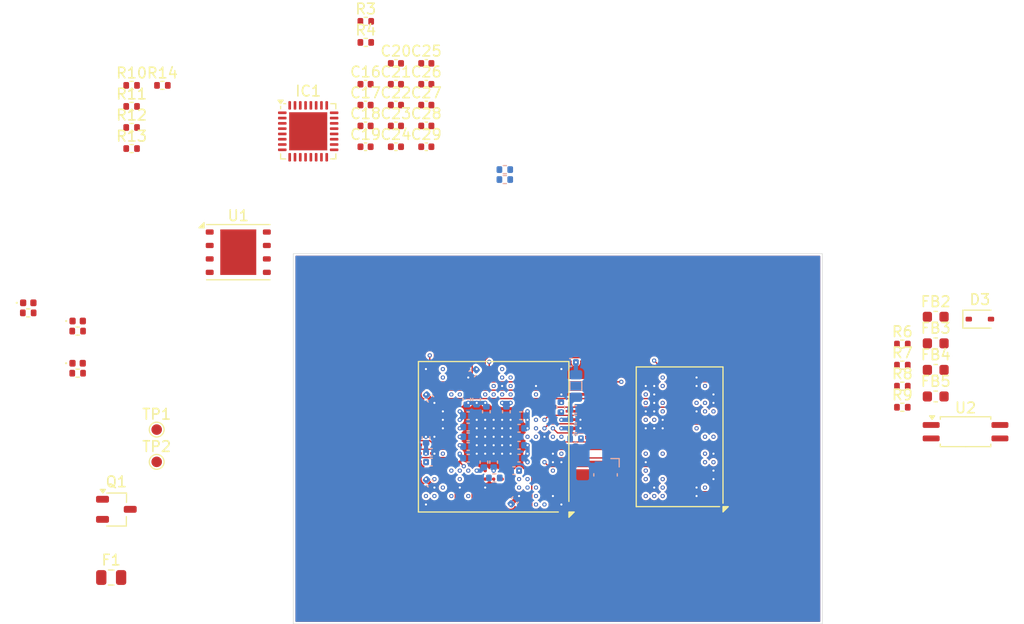
<source format=kicad_pcb>
(kicad_pcb (version 20241229) (generator "pcbnew") (generator_version "9.0")
  (layers (0 "F.Cu" signal "F.Cu (Signal)") (4 "In1.Cu" power "In1.Cu (Ground)") (6 "In2.Cu" power "In2.Cu (Power)") (8 "In3.Cu" signal "In3.Cu (Signal)") (10 "In4.Cu" power "In4.Cu(Ground)") (12 "In5.Cu" signal "In5.Cu (Signal") (14 "In6.Cu" power "In6.Cu (Ground)") (2 "B.Cu" signal "B.Cu (Signal)") (13 "F.Paste" user) (15 "B.Paste" user) (5 "F.SilkS" user "F.Silkscreen") (7 "B.SilkS" user "B.Silkscreen") (1 "F.Mask" user) (3 "B.Mask" user) (25 "Edge.Cuts" user))
  (net 0 "")
  (net 1 "/USB_D-")
  (net 2 "/USB_D+")
  (net 3 "/SWD_IO")
  (net 4 "/SWD_CLK")
  (net 5 "/SWD_SWO")
  (net 6 "/FMC_D14")
  (net 7 "/FMC_SDNRAS")
  (net 8 "/FMC_A5")
  (net 9 "/FMC_A0")
  (net 10 "+3.3V")
  (net 11 "/FMC_D15")
  (net 12 "/FMC_D1")
  (net 13 "/FMC_D3")
  (net 14 "/FMC_D11")
  (net 15 "/FMC_D7")
  (net 16 "/FMC_D9")
  (net 17 "/FMC_A10")
  (net 18 "/FMC_SDCKE0")
  (net 19 "/FMC_D8")
  (net 20 "/FMC_D13")
  (net 21 "/FMC_A3")
  (net 22 "/FMC_D0")
  (net 23 "/FMC_D10")
  (net 24 "/FMC_SDNWE")
  (net 25 "/FMC_NBL0")
  (net 26 "/FMC_D4")
  (net 27 "/FMC_A2")
  (net 28 "/FMC_A7")
  (net 29 "/FMC_NE1")
  (net 30 "/FMC_A1")
  (net 31 "/FMC_D6")
  (net 32 "/FMC_BA0")
  (net 33 "/FMC_CLK")
  (net 34 "/FMC_A9")
  (net 35 "/FMC_A11")
  (net 36 "/FMC_A12")
  (net 37 "/FMC_A8")
  (net 38 "/FMC_D5")
  (net 39 "/FMC_A4")
  (net 40 "/FMC_A6")
  (net 41 "/FMC_D12")
  (net 42 "/FMC_NBL1")
  (net 43 "/FMC_BA1")
  (net 44 "/FMC_D2")
  (net 45 "/QSPI_IO3")
  (net 46 "/QSPI_IO2")
  (net 47 "/QSPI_IO0")
  (net 48 "/QSPI_IO1")
  (net 49 "/QSPI_CLK")
  (net 50 "/QSPI_NCS")
  (net 51 "Net-(U4L-VREF+)")
  (net 52 "Net-(U4L-VREF-)")
  (net 54 "/AUX_OUT_L")
  (net 60 "+3.3VA")
  (net 64 "/AUX_OUT_R")
  (net 65 "Net-(U4H-PH0)")
  (net 69 "Net-(U4H-PH1)")
  (net 76 "/PB9")
  (net 89 "/SDMMC1_D3")
  (net 90 "/SDMMC1_D1")
  (net 91 "/SDMMC1_D2")
  (net 92 "/SDMMC1_D0")
  (net 93 "/SDMMC1_CK")
  (net 94 "/VBAT")
  (net 95 "/SDMMC1_CMD")
  (net 96 "/FMC_SDNCAS")
  (net 98 "Net-(D3-A)")
  (net 101 "/I2C_SDA")
  (net 102 "/I2C_SCL")
  (net 103 "Net-(D3-K)")
  (net 104 "Net-(FB2-Pad2)")
  (net 105 "/DIN_IN_SOURCE")
  (net 106 "/DIN_IN_SINK")
  (net 107 "/SAI1_MCLK")
  (net 108 "/SAI1_SCK")
  (net 109 "/SAI1_FS")
  (net 110 "/SAI1_SD_A")
  (net 111 "/SAI1_SD_B")
  (net 115 "/DIN_OUT_SINK")
  (net 116 "Net-(IC1-AUXOUT2)")
  (net 117 "/AUX_IN_R")
  (net 118 "/AUX_IN_L")
  (net 119 "Net-(IC1-AUXOUT1)")
  (net 121 "Net-(IC1-LMICP)")
  (net 122 "Net-(IC1-LMICN)")
  (net 123 "Net-(IC1-RMICP)")
  (net 124 "Net-(IC1-RMICN)")
  (net 125 "Net-(IC1-RAUXIN)")
  (net 126 "Net-(IC1-LAUXIN)")
  (net 127 "Net-(IC1-MICBIAS)")
  (net 128 "Net-(IC1-VREF)")
  (net 129 "/FMC_D22")
  (net 130 "/FMC_D31")
  (net 131 "/FMC_D17")
  (net 132 "/FMC_D26")
  (net 133 "/FMC_D21")
  (net 134 "/FMC_D24")
  (net 135 "/FMC_NBL3")
  (net 136 "/FMC_D27")
  (net 137 "/FMC_D30")
  (net 138 "/FMC_D20")
  (net 139 "/FMC_D18")
  (net 140 "/FMC_NBL2")
  (net 141 "/FMC_D29")
  (net 142 "/FMC_D23")
  (net 143 "/FMC_D16")
  (net 144 "/FMC_D19")
  (net 145 "/FMC_D25")
  (net 146 "/FMC_D28")
  (net 148 "Net-(FB4-Pad1)")
  (net 150 "Net-(FB5-Pad1)")
  (net 151 "/DIN_OUT_SOURCE")
  (net 152 "/PB4")
  (net 153 "/RST")
  (net 154 "/DIN_MIDI_RX")
  (net 155 "/DIN_MIDI_TX")
  (net 156 "/PB13")
  (net 157 "/PA2")
  (net 158 "/PA12{slash}4TX")
  (net 159 "/PA3")
  (net 160 "/PA11{slash}4RX")
  (net 161 "/MICL")
  (net 162 "/MICR")
  (net 163 "/PB6")
  (net 164 "/PB5")
  (net 165 "/PA7")
  (net 166 "/PA5")
  (net 167 "/PA6")
  (net 168 "Net-(D1-A)")
  (net 169 "Net-(D2-A)")
  (net 170 "/LED_STATUS")
  (net 171 "Net-(D4-A)")
  (net 172 "/LED_STATUS2")
  (net 173 "/3v3_GND")
  (net 174 "GND")
  (net 177 "/3v3+")
  (net 221 "/HPR")
  (net 222 "/LIN")
  (net 223 "/RIN")
  (net 225 "/SPKL")
  (net 226 "/SPKR")
  (net 227 "/HPL")
  (net 233 "Net-(C1-Pad1)")
  (net 234 "Net-(C2-Pad1)")
  (net 235 "Net-(C3-Pad1)")
  (net 236 "/BOOT0")
  (footprint "Capacitor_SMD:C_0402_1005Metric" (layer "F.Cu") (at 64.7 44.52)
    (property "Reference" "C20")
    (property "Value" "1uF")
  )
  (footprint "Resistor_SMD:R_0402_1005Metric" (layer "F.Cu") (at 39.72 52.57)
    (property "Reference" "R13")
    (property "Value" "10k")
  )
  (footprint "Package_SO:SOIC-4_4.55x2.6mm_P1.27mm" (layer "F.Cu") (at 118.5325 79.33)
    (property "Reference" "U2")
    (property "Value" "LTV-217-G")
  )
  (footprint "Package_DFN_QFN:QFN-32-1EP_5x5mm_P0.5mm_EP3.6x3.6mm" (layer "F.Cu") (at 56.41 50.94)
    (property "Reference" "IC1")
    (property "Value" "NAU88C22YG")
  )
  (footprint "Resistor_SMD:R_0402_1005Metric" (layer "F.Cu") (at 61.85 42.54)
    (property "Reference" "R4")
    (property "Value" "2k2")
  )
  (footprint "Capacitor_SMD:C_0402_1005Metric" (layer "F.Cu") (at 67.57 52.4)
    (property "Reference" "C29")
    (property "Value" "4.7uF")
  )
  (footprint "Resistor_SMD:R_0402_1005Metric" (layer "F.Cu") (at 39.72 46.6)
    (property "Reference" "R10")
    (property "Value" "10k")
  )
  (footprint "Resistor_SMD:R_0402_1005Metric" (layer "F.Cu") (at 42.63 46.6)
    (property "Reference" "R14")
    (property "Value" "10k")
  )
  (footprint "Capacitor_SMD:C_0402_1005Metric" (layer "F.Cu") (at 64.7 46.49)
    (property "Reference" "C21")
    (property "Value" "1uF")
  )
  (footprint "Package_BGA:BGA-90_8.0x13.0mm_Layout2x3x15_P0.8mm" (layer "F.Cu") (at 91.51 79.81 180)
    (property "Reference" "IC2" (hide yes))
    (property "Value" "IS42S32160F-6BLI")
  )
  (footprint "TestPoint:TestPoint_Pad_D1.0mm" (layer "F.Cu") (at 42.09 79.13)
    (property "Reference" "TP1")
    (property "Value" "GND")
  )
  (footprint "LED_SMD:LED_0402_1005Metric" (layer "F.Cu") (at 34.625 68.87)
    (property "Reference" "D2" (hide yes))
    (property "Value" "STATUS")
  )
  (footprint "Capacitor_SMD:C_0402_1005Metric" (layer "F.Cu") (at 67.57 44.52)
    (property "Reference" "C25")
    (property "Value" "1uF")
  )
  (footprint "Inductor_SMD:L_0603_1608Metric" (layer "F.Cu") (at 115.7125 73.49)
    (property "Reference" "FB4")
    (property "Value" "1K @100MHz")
  )
  (footprint "Capacitor_SMD:C_0402_1005Metric" (layer "F.Cu") (at 61.83 48.46)
    (property "Reference" "C17")
    (property "Value" "4.7uF")
  )
  (footprint "Resistor_SMD:R_0402_1005Metric" (layer "F.Cu") (at 112.56 73.04)
    (property "Reference" "R7")
    (property "Value" "220R")
  )
  (footprint "Inductor_SMD:L_0603_1608Metric" (layer "F.Cu") (at 115.7125 68.47)
    (property "Reference" "FB2")
    (property "Value" "1K @100MHz")
  )
  (footprint "LED_SMD:LED_0402_1005Metric" (layer "F.Cu") (at 29.955 67.15)
    (property "Reference" "D1" (hide yes))
    (property "Value" "POWER")
  )
  (footprint "Capacitor_SMD:C_0402_1005Metric" (layer "F.Cu") (at 61.83 46.49)
    (property "Reference" "C16")
    (property "Value" "4.7uF")
  )
  (footprint "Capacitor_SMD:C_0402_1005Metric" (layer "F.Cu") (at 64.7 48.46)
    (property "Reference" "C22")
    (property "Value" "1uF")
  )
  (footprint "Fuse:Fuse_0805_2012Metric" (layer "F.Cu") (at 37.79 93.11)
    (property "Reference" "F1")
    (property "Value" "Polyfuse")
  )
  (footprint "Package_TO_SOT_SMD:TSOT-23" (layer "F.Cu") (at 38.28 86.665)
    (property "Reference" "Q1")
    (property "Value" "PMV37EN22")
  )
  (footprint "Resistor_SMD:R_0402_1005Metric" (layer "F.Cu") (at 34.62 69.82)
    (property "Reference" "R15" (hide yes))
    (property "Value" "R")
  )
  (footprint "Capacitor_SMD:C_0402_1005Metric" (layer "F.Cu") (at 61.83 52.4)
    (property "Reference" "C19")
    (property "Value" "4.7uF")
  )
  (footprint "Capacitor_SMD:C_0402_1005Metric" (layer "F.Cu") (at 64.7 52.4)
    (property "Reference" "C24")
    (property "Value" "1uF")
  )
  (footprint "Resistor_SMD:R_0402_1005Metric" (layer "F.Cu") (at 61.85 40.55)
    (property "Reference" "R3")
    (property "Value" "2k2")
  )
  (footprint "Diode_SMD:D_SOD-323" (layer "F.Cu") (at 119.8875 68.69)
    (property "Reference" "D3")
    (property "Value" "1N4148WS")
  )
  (footprint "Capacitor_SMD:C_0402_1005Metric" (layer "F.Cu") (at 64.7 50.43)
    (property "Reference" "C23")
    (property "Value" "1uF")
  )
  (footprint "Capacitor_SMD:C_0402_1005Metric" (layer "F.Cu") (at 67.57 48.46)
    (property "Reference" "C27")
    (property "Value" "1uF")
  )
  (footprint "Capacitor_SMD:C_0402_1005Metric" (layer "F.Cu") (at 67.57 46.49)
    (property "Reference" "C26")
    (property "Value" "1uF")
  )
  (footprint "TestPoint:TestPoint_Pad_D1.0mm" (layer "F.Cu") (at 42.09 82.18)
    (property "Reference" "TP2")
    (property "Value" "3v3")
  )
  (footprint "Resistor_SMD:R_0402_1005Metric" (layer "F.Cu") (at 112.56 77.02)
    (property "Reference" "R9")
    (property "Value" "33Ω 5% 0.5W")
  )
  (footprint "Inductor_SMD:L_0603_1608Metric" (layer "F.Cu") (at 115.7125 76)
    (property "Reference" "FB5")
    (property "Value" "1K @100MHz")
  )
  (footprint "Resistor_SMD:R_0402_1005Metric" (layer "F.Cu") (at 112.56 75.03)
    (property "Reference" "R8")
    (property "Value" "10Ω 5% 0.25W")
  )
  (footprint "Resistor_SMD:R_0402_1005Metric" (layer "F.Cu") (at 39.72 48.59)
    (property "Reference" "R11")
    (property "Value" "10k")
  )
  (footprint "Package_BGA:TFBGA-265_14x14mm_Layout17x17_P0.8mm" (layer "F.Cu") (at 73.936335 79.81 180)
    (property "Reference" "U4" (hide yes))
    (property "Value" "STM32H750XBHx")
  )
  (footprint "Resistor_SMD:R_0402_1005Metric" (layer "F.Cu") (at 29.95 68.1)
    (property "Reference" "R16" (hide yes))
    (property "Value" "R")
  )
  (footprint "Resistor_SMD:R_0402_1005Metric" (layer "F.Cu") (at 39.72 50.58)
    (property "Reference" "R12")
    (property "Value" "10k")
  )
  (footprint "Package_SON:WSON-8-1EP_6x5mm_P1.27mm_EP3.4x4.3mm" (layer "F.Cu") (at 49.8 62.365)
    (property "Reference" "U1")
    (property "Value" "W25Q128JVP")
  )
  (footprint "Resistor_SMD:R_0402_1005Metric" (layer "F.Cu") (at 112.56 71.05)
    (property "Reference" "R6")
    (property "Value" "R")
  )
  (footprint "Capacitor_SMD:C_0402_1005Metric" (layer "F.Cu") (at 61.83 50.43)
    (property "Reference" "C18")
    (property "Value" "4.7uF")
  )
  (footprint "Capacitor_SMD:C_0402_1005Metric" (layer "F.Cu") (at 67.57 50.43)
    (property "Reference" "C28")
    (property "Value" "4.7uF")
  )
  (footprint "LED_SMD:LED_0402_1005Metric" (layer "F.Cu") (at 34.6175 72.86)
    (property "Reference" "D4" (hide yes))
    (property "Value" "STATUS2")
  )
  (footprint "Inductor_SMD:L_0603_1608Metric" (layer "F.Cu") (at 115.7125 70.98)
    (property "Reference" "FB3")
    (property "Value" "1K @100MHz")
  )
  (footprint "Resistor_SMD:R_0402_1005Metric" (layer "F.Cu") (at 34.62 73.8)
    (property "Reference" "R17" (hide yes))
    (property "Value" "R")
  )
  (footprint "Resistor_SMD:R_0402_1005Metric" (layer "B.Cu") (at 74.99 55.5)
    (property "Reference" "R1" (hide yes))
    (property "Value" "4.7k")
  )
  (footprint "Capacitor_SMD:C_0402_1005Metric" (layer "B.Cu") (at 76.336335 81.83 180)
    (property "Reference" "C69" (hide yes))
    (property "Value" "10uF")
  )
  (footprint "Capacitor_SMD:C_0402_1005Metric" (layer "B.Cu") (at 73.246335 77.44 -90)
    (property "Reference" "C61" (hide yes))
    (property "Value" "100nF")
  )
  (footprint "Capacitor_SMD:C_0402_1005Metric" (layer "B.Cu") (at 71.526335 80.73)
    (property "Reference" "C57" (hide yes))
    (property "Value" "100nF")
  )
  (footprint "Capacitor_SMD:C_0402_1005Metric" (layer "B.Cu") (at 71.396335 76.28 90)
    (property "Reference" "C48" (hide yes))
    (property "Value" "100nF")
  )
  (footprint "Crystal:Crystal_SMD_Abracon_ABM10-4Pin_2.5x2.0mm" (layer "B.Cu") (at 84.51 83.41 180)
    (property "Reference" "Y1" (hide yes))
    (property "Value" "Crystal_GND24")
  )
  (footprint "Capacitor_SMD:C_0402_1005Metric" (layer "B.Cu") (at 81.656335 77.23)
    (property "Reference" "C31" (hide yes))
    (property "Value" "1uF")
  )
  (footprint "Capacitor_SMD:C_0402_1005Metric" (layer "B.Cu") (at 75.856335 83.01 180)
    (property "Reference" "C62" (hide yes))
    (property "Value" "100nF")
  )
  (footprint "Capacitor_SMD:C_0402_1005Metric" (layer "B.Cu") (at 81.656335 78.15)
    (property "Reference" "C30" (hide yes))
    (property "Value" "10nF")
  )
  (footprint "Capacitor_SMD:C_0402_1005Metric" (layer "B.Cu") (at 71.526335 81.84)
    (property "Reference" "C51" (hide yes))
    (property "Value" "100nF")
  )
  (footprint "Capacitor_SMD:C_0402_1005Metric" (layer "B.Cu") (at 67.926335 84.22 -45)
    (property "Reference" "C2" (hide yes))
    (property "Value" "2.2 uF <100 mΩ ESR")
  )
  (footprint "Resistor_SMD:R_0402_1005Metric" (layer "B.Cu") (at 73.996335 83.7)
    (property "Reference" "R18" (hide yes))
    (property "Value" "10k")
  )
  (footprint "Capacitor_SMD:C_0402_1005Metric" (layer "B.Cu") (at 73.016335 82.21 90)
    (property "Reference" "C68" (hide yes))
    (property "Value" "100nF")
  )
  (footprint "Capacitor_SMD:C_0402_1005Metric" (layer "B.Cu") (at 68.026335 81.28)
    (property "Reference" "C5" (hide yes))
    (property "Value" "100nF")
  )
  (footprint "Capacitor_SMD:C_0402_1005Metric" (layer "B.Cu") (at 67.546335 79.91 90)
    (property "Reference" "C6" (hide yes))
    (property "Value" "1uF")
  )
  (footprint "Capacitor_SMD:C_0402_1005Metric" (layer "B.Cu") (at 76.336335 80.61 180)
    (property "Reference" "C64" (hide yes))
    (property "Value" "100nF")
  )
  (footprint "Capacitor_SMD:C_0402_1005Metric" (layer "B.Cu") (at 73.936335 82.21 90)
    (property "Reference" "C56" (hide yes))
    (property "Value" "100nF")
  )
  (footprint "Capacitor_SMD:C_0402_1005Metric" (layer "B.Cu") (at 67.936335 76.2 -45)
    (property "Reference" "C60" (hide yes))
    (property "Value" "100nF")
  )
  (footprint "Capacitor_SMD:C_0402_1005Metric" (layer "B.Cu") (at 71.516335 77.82)
    (property "Reference" "C50" (hide yes))
    (property "Value" "100nF")
  )
  (footprint "Capacitor_SMD:C_0402_1005Metric" (layer "B.Cu") (at 81.226335 72.7725 180)
    (property "Reference" "C32" (hide yes))
    (property "Value" "1uF")
  )
  (footprint "Resistor_SMD:R_0402_1005Metric" (layer "B.Cu") (at 74.99 54.56)
    (property "Reference" "R2" (hide yes))
    (property "Value" "4.7k")
  )
  (footprint "Capacitor_SMD:C_0402_1005Metric" (layer "B.Cu") (at 71.936924 73.809411 -135)
    (property "Reference" "C1" (hide yes))
    (property "Value" "2.2 uF <100 mΩ ESR")
  )
  (footprint "Capacitor_SMD:C_0402_1005Metric" (layer "B.Cu") (at 72.316335 76.28 90)
    (property "Reference" "C54" (hide yes))
    (property "Value" "100nF")
  )
  (footprint "Capacitor_SMD:C_0402_1005Metric" (layer "B.Cu") (at 76.506335 77.82 180)
    (property "Reference" "C52" (hide yes))
    (property "Value" "100nF")
  )
  (footprint "Resistor_SMD:R_0402_1005Metric" (layer "B.Cu") (at 81.676335 80 180)
    (property "Reference" "R5" (hide yes))
    (property "Value" "10k")
  )
  (footprint "Inductor_SMD:L_0805_2012Metric" (layer "B.Cu") (at 81.706335 75.01 90)
    (property "Reference" "FB1" (hide yes))
    (property "Value" "120R")
  )
  (footprint "Capacitor_SMD:C_0402_1005Metric" (layer "B.Cu") (at 68.026335 82.2)
    (property "Reference" "C4" (hide yes))
    (property "Value" "1uF 600mΩ")
  )
  (footprint "Capacitor_SMD:C_0402_1005Metric" (layer "B.Cu") (at 80.286335 77.02 90)
    (property "Reference" "C15" (hide yes))
    (property "Value" "R")
  )
  (footprint "Capacitor_SMD:C_0402_1005Metric" (layer "B.Cu") (at 81.656335 79.0725)
    (property "Reference" "C33" (hide yes))
    (property "Value" "100nF")
  )
  (footprint "Capacitor_SMD:C_0402_1005Metric" (layer "B.Cu") (at 75.936335 85.81 45)
    (property "Reference" "C3" (hide yes))
    (property "Value" "2.2 uF <100 mΩ ESR")
  )
  (footprint "Capacitor_SMD:C_0402_1005Metric" (layer "B.Cu") (at 75.136335 77.44 -90)
    (property "Reference" "C67" (hide yes))
    (property "Value" "100nF")
  )
  (footprint "Capacitor_SMD:C_0402_1005Metric" (layer "B.Cu") (at 71.526335 79.81)
    (property "Reference" "C63" (hide yes))
    (property "Value" "100nF")
  )
  (footprint "Capacitor_SMD:C_0402_1005Metric" (layer "B.Cu") (at 71.526335 78.89)
    (property "Reference" "C55" (hide yes))
    (property "Value" "100nF")
  )
  (footprint "Capacitor_SMD:C_0402_1005Metric" (layer "B.Cu") (at 76.336335 79.01 180)
    (property "Reference" "C58" (hide yes))
    (property "Value" "100nF")
  )
  (gr_rect (start 55 62.5) (end 105 97.5) (stroke (width 0.05)) (fill no) (layer "Edge.Cuts"))
  (via (at 69.136335 73.41) (size 0.4) (drill 0.2) (layers "F.Cu" "B.Cu") (net 1))
  (via (at 69.136335 74.21) (size 0.4) (drill 0.2) (layers "F.Cu" "B.Cu") (net 2))
  (via (at 69.136335 84.61) (size 0.4) (drill 0.2) (layers "F.Cu" "B.Cu") (net 3))
  (via (at 69.936335 85.41) (size 0.4) (drill 0.2) (layers "F.Cu" "B.Cu") (net 4))
  (via (at 76.336335 84.61) (size 0.4) (drill 0.2) (layers "F.Cu" "B.Cu") (net 5))
  (segment (start 67.536335 74.21) (end 67.900835 73.8455) (width 0.127) (layer "F.Cu") (net 6))
  (segment (start 67.900835 73.8455) (end 67.900835 72.1245) (width 0.127) (layer "F.Cu") (net 6))
  (segment (start 93.11 75.81) (end 92.3 75.81) (width 0.127) (layer "F.Cu") (net 6))
  (segment (start 67.900835 72.1245) (end 67.896335 72.12) (width 0.127) (layer "F.Cu") (net 6))
  (segment (start 92.3 75.81) (end 89.1 72.61) (width 0.127) (layer "F.Cu") (net 6))
  (via (at 67.896335 72.12) (size 0.4) (drill 0.2) (layers "F.Cu" "B.Cu") (net 6))
  (via (at 89.1 72.61) (size 0.4) (drill 0.2) (layers "F.Cu" "B.Cu") (net 6))
  (via (at 75.536335 74.21) (size 0.4) (drill 0.2) (layers "F.Cu" "B.Cu") (net 7))
  (via (at 88.31 79.01) (size 0.4) (drill 0.2) (layers "F.Cu" "B.Cu") (net 7))
  (via (at 77.936335 79.81) (size 0.4) (drill 0.2) (layers "F.Cu" "B.Cu") (net 8))
  (segment (start 86.22 80.24) (end 85.45 81.01) (width 0.127) (layer "F.Cu") (net 9))
  (segment (start 78.336335 81.01) (end 77.936335 81.41) (width 0.127) (layer "F.Cu") (net 9))
  (segment (start 85.45 81.01) (end 78.336335 81.01) (width 0.127) (layer "F.Cu") (net 9))
  (segment (start 89.11 80.61) (end 88.74 80.24) (width 0.127) (layer "F.Cu") (net 9))
  (segment (start 88.74 80.24) (end 86.22 80.24) (width 0.127) (layer "F.Cu") (net 9))
  (via (at 77.136335 78.21) (size 0.4) (drill 0.2) (layers "F.Cu" "B.Cu") (net 10))
  (via (at 67.536335 81.41) (size 0.4) (drill 0.2) (layers "F.Cu" "B.Cu") (net 10))
  (via (at 93.91 75.01) (size 0.4) (drill 0.2) (layers "F.Cu" "B.Cu") (net 10))
  (via (at 88.31 76.61) (size 0.4) (drill 0.2) (layers "F.Cu" "B.Cu") (net 10))
  (via (at 88.31 83.01) (size 0.4) (drill 0.2) (layers "F.Cu" "B.Cu") (net 10))
  (via (at 70.736335 79.81) (size 0.4) (drill 0.2) (layers "F.Cu" "B.Cu") (net 10))
  (via (at 70.736335 80.61) (size 0.4) (drill 0.2) (layers "F.Cu" "B.Cu") (net 10))
  (via (at 89.91 74.21) (size 0.4) (drill 0.2) (layers "F.Cu" "B.Cu") (net 10))
  (via (at 77.136335 77.41) (size 0.4) (drill 0.2) (layers "F.Cu" "B.Cu") (net 10))
  (via (at 77.136335 81.41) (size 0.4) (drill 0.2) (layers "F.Cu" "B.Cu") (net 10))
  (via (at 72.336335 76.61) (size 0.4) (drill 0.2) (layers "F.Cu" "B.Cu") (net 10))
  (via (at 81.706335 72.7725) (size 0.4) (drill 0.2) (layers "F.Cu" "B.Cu") (net 10))
  (via (at 89.91 84.61) (size 0.4) (drill 0.2) (layers "F.Cu" "B.Cu") (net 10))
  (via (at 94.71 82.21) (size 0.4) (drill 0.2) (layers "F.Cu" "B.Cu") (net 10))
  (via (at 77.136335 80.61) (size 0.4) (drill 0.2) (layers "F.Cu" "B.Cu") (net 10))
  (via (at 88.31 75.81) (size 0.4) (drill 0.2) (layers "F.Cu" "B.Cu") (net 10))
  (via (at 70.736335 78.21) (size 0.4) (drill 0.2) (layers "F.Cu" "B.Cu") (net 10))
  (via (at 88.31 81.41) (size 0.4) (drill 0.2) (layers "F.Cu" "B.Cu") (net 10))
  (via (at 71.536335 76.61) (size 0.4) (drill 0.2) (layers "F.Cu" "B.Cu") (net 10))
  (via (at 82.186335 79.91) (size 0.4) (drill 0.2) (layers "F.Cu" "B.Cu") (net 10))
  (via (at 94.71 77.41) (size 0.4) (drill 0.2) (layers "F.Cu" "B.Cu") (net 10))
  (via (at 89.91 75.01) (size 0.4) (drill 0.2) (layers "F.Cu" "B.Cu") (net 10))
  (via (at 70.736335 79.01) (size 0.4) (drill 0.2) (layers "F.Cu" "B.Cu") (net 10))
  (via (at 72.336335 83.01) (size 0.4) (drill 0.2) (layers "F.Cu" "B.Cu") (net 10))
  (via (at 76.336335 83.01) (size 0.4) (drill 0.2) (layers "F.Cu" "B.Cu") (net 10))
  (via (at 73.136335 76.61) (size 0.4) (drill 0.2) (layers "F.Cu" "B.Cu") (net 10))
  (via (at 89.91 77.41) (size 0.4) (drill 0.2) (layers "F.Cu" "B.Cu") (net 10))
  (via (at 67.536335 82.21) (size 0.4) (drill 0.2) (layers "F.Cu" "B.Cu") (net 10))
  (via (at 70.736335 81.41) (size 0.4) (drill 0.2) (layers "F.Cu" "B.Cu") (net 10))
  (via (at 77.136335 79.01) (size 0.4) (drill 0.2) (layers "F.Cu" "B.Cu") (net 10))
  (via (at 74.736335 76.61) (size 0.4) (drill 0.2) (layers "F.Cu" "B.Cu") (net 10))
  (via (at 70.736335 77.41) (size 0.4) (drill 0.2) (layers "F.Cu" "B.Cu") (net 10))
  (via (at 75.536335 76.61) (size 0.4) (drill 0.2) (layers "F.Cu" "B.Cu") (net 10))
  (via (at 77.136335 82.21) (size 0.4) (drill 0.2) (layers "F.Cu" "B.Cu") (net 10))
  (via (at 88.31 83.81) (size 0.4) (drill 0.2) (layers "F.Cu" "B.Cu") (net 10))
  (via (at 67.536335 75.81) (size 0.4) (drill 0.2) (layers "F.Cu" "B.Cu") (net 10))
  (via (at 73.936335 83.01) (size 0.4) (drill 0.2) (layers "F.Cu" "B.Cu") (net 10))
  (via (at 89.91 85.41) (size 0.4) (drill 0.2) (layers "F.Cu" "B.Cu") (net 10))
  (via (at 93.91 84.61) (size 0.4) (drill 0.2) (layers "F.Cu" "B.Cu") (net 10))
  (segment (start 77.136335 81.51) (end 76.816335 81.83) (width 0.4) (layer "B.Cu") (net 10))
  (segment (start 75.536335 76.61) (end 75.486335 76.61) (width 0.4) (layer "B.Cu") (net 10))
  (segment (start 77.136335 80.61) (end 76.816335 80.61) (width 0.4) (layer "B.Cu") (net 10))
  (segment (start 75.536335 76.61) (end 74.736335 76.61) (width 0.4) (layer "B.Cu") (net 10))
  (segment (start 72.696335 83.01) (end 73.016335 82.69) (width 0.4) (layer "B.Cu") (net 10))
  (segment (start 77.136335 78.21) (end 77.136335 77.97) (width 0.4) (layer "B.Cu") (net 10))
  (segment (start 77.136335 79.01) (end 77.136335 78.21) (width 0.4) (layer "B.Cu") (net 10))
  (segment (start 71.476335 76.61) (end 71.326335 76.76) (width 0.4) (layer "B.Cu") (net 10))
  (segment (start 72.336335 83.01) (end 72.696335 83.01) (width 0.4) (layer "B.Cu") (net 10))
  (segment (start 71.036335 77.82) (end 71.036335 77.71) (width 0.4) (layer "B.Cu") (net 10))
  (segment (start 70.736335 81.41) (end 70.736335 81.53) (width 0.4) (layer "B.Cu") (net 10))
  (segment (start 77.136335 81.41) (end 77.136335 80.61) (width 0.4) (layer "B.Cu") (net 10))
  (segment (start 67.536335 81.29) (end 67.546335 81.28) (width 0.4) (layer "B.Cu") (net 10))
  (segment (start 77.136335 79.01) (end 76.816335 79.01) (width 0.4) (layer "B.Cu") (net 10))
  (segment (start 71.036335 77.91) (end 70.736335 78.21) (width 0.4) (layer "B.Cu") (net 10))
  (segment (start 72.336335 76.67) (end 72.246335 76.76) (width 0.4) (layer "B.Cu") (net 10))
  (segment (start 71.036335 77.71) (end 70.736335 77.41) (width 0.4) (layer "B.Cu") (net 10))
  (segment (start 73.136335 76.92) (end 73.176335 76.96) (width 0.4) (layer "B.Cu") (net 10))
  (segment (start 71.536335 76.61) (end 71.476335 76.61) (width 0.4) (layer "B.Cu") (net 10))
  (segment (start 67.546335 80.39) (end 67.546335 81.28) (width 0.4) (layer "B.Cu") (net 10))
  (segment (start 74.736335 76.61) (end 74.786335 76.61) (width 0.4) (layer "B.Cu") (net 10))
  (segment (start 77.136335 77.97) (end 76.986335 77.82) (width 0.4) (layer "B.Cu") (net 10))
  (segment (start 81.706335 72.7725) (end 81.706335 73.9475) (width 0.4) (layer "B.Cu") (net 10))
  (segment (start 73.936335 83.01) (end 73.936335 82.69) (width 0.4) (layer "B.Cu") (net 10))
  (segment (start 77.136335 77.41) (end 77.136335 78.21) (width 0.4) (layer "B.Cu") (net 10))
  (segment (start 77.136335 81.41) (end 77.136335 81.51) (width 0.4) (layer "B.Cu") (net 10))
  (segment (start 77.136335 82.21) (end 77.136335 82.15) (width 0.4) (layer "B.Cu") (net 10))
  (segment (start 71.036335 77.82) (end 71.036335 77.91) (width 0.4) (layer "B.Cu") (net 10))
  (segment (start 73.136335 76.61) (end 71.536335 76.61) (width 0.4) (layer "B.Cu") (net 10))
  (segment (start 74.786335 76.61) (end 75.136335 76.96) (width 0.4) (layer "B.Cu") (net 10))
  (segment (start 77.136335 77.67) (end 76.986335 77.82) (width 0.4) (layer "B.Cu") (net 10))
  (segment (start 77.136335 82.15) (end 76.816335 81.83) (width 0.4) (layer "B.Cu") (net 10))
  (segment (start 67.536335 81.41) (end 67.536335 81.29) (width 0.4) (layer "B.Cu") (net 10))
  (segment (start 75.486335 76.61) (end 75.136335 76.96) (width 0.4) (layer "B.Cu") (net 10))
  (segment (start 77.136335 77.41) (end 77.136335 77.67) (width 0.4) (layer "B.Cu") (net 10))
  (segment (start 73.136335 76.61) (end 73.136335 76.92) (width 0.4) (layer "B.Cu") (net 10))
  (segment (start 72.336335 76.61) (end 72.336335 76.67) (width 0.4) (layer "B.Cu") (net 10))
  (segment (start 70.736335 81.53) (end 71.046335 81.84) (width 0.4) (layer "B.Cu") (net 10))
  (segment (start 68.336335 74.21) (end 68.666335 73.88) (width 0.127) (layer "F.Cu") (net 11))
  (segment (start 69.95 70.58) (end 90.57 70.58) (width 0.127) (layer "F.Cu") (net 11))
  (segment (start 68.666335 71.863665) (end 69.95 70.58) (width 0.127) (layer "F.Cu") (net 11))
  (segment (start 90.57 70.58) (end 93.91 73.92) (width 0.127) (layer "F.Cu") (net 11))
  (segment (start 68.666335 73.88) (end 68.666335 71.863665) (width 0.127) (layer "F.Cu") (net 11))
  (segment (start 93.91 73.92) (end 93.91 74.21) (width 0.127) (layer "F.Cu") (net 11))
  (segment (start 88.71 74.61) (end 87.39 74.61) (width 0.127) (layer "F.Cu") (net 12))
  (segment (start 87.39 74.61) (end 86.6 75.4) (width 0.127) (layer "F.Cu") (net 12))
  (segment (start 86.6 75.4) (end 69.546335 75.4) (width 0.127) (layer "F.Cu") (net 12))
  (segment (start 89.11 74.21) (end 88.71 74.61) (width 0.127) (layer "F.Cu") (net 12))
  (segment (start 69.546335 75.4) (end 69.136335 75.81) (width 0.127) (layer "F.Cu") (net 12))
  (via (at 71.536335 83.01) (size 0.4) (drill 0.2) (layers "F.Cu" "B.Cu") (net 13))
  (via (at 89.11 75.81) (size 0.4) (drill 0.2) (layers "F.Cu" "B.Cu") (net 13))
  (segment (start 92.8655 75.4455) (end 93.5455 75.4455) (width 0.127) (layer "F.Cu") (net 14))
  (segment (start 74.416335 71.27) (end 88.69 71.27) (width 0.127) (layer "F.Cu") (net 14))
  (segment (start 93.5455 75.4455) (end 93.91 75.81) (width 0.127) (layer "F.Cu") (net 14))
  (segment (start 73.136335 73.41) (end 73.136335 72.55) (width 0.127) (layer "F.Cu") (net 14))
  (segment (start 88.69 71.27) (end 92.8655 75.4455) (width 0.127) (layer "F.Cu") (net 14))
  (segment (start 73.136335 72.55) (end 74.416335 71.27) (width 0.127) (layer "F.Cu") (net 14))
  (via (at 89.11 77.41) (size 0.4) (drill 0.2) (layers "F.Cu" "B.Cu") (net 15))
  (segment (start 86 74.62) (end 73.526335 74.62) (width 0.127) (layer "F.Cu") (net 16))
  (segment (start 73.526335 74.62) (end 73.136335 75.01) (width 0.127) (layer "F.Cu") (net 16))
  (via (at 93.11 76.61) (size 0.4) (drill 0.2) (layers "F.Cu" "B.Cu") (net 16))
  (via (at 86 74.62) (size 0.4) (drill 0.2) (layers "F.Cu" "B.Cu") (net 16))
  (via (at 74.736335 74.21) (size 0.4) (drill 0.2) (layers "F.Cu" "B.Cu") (net 17))
  (segment (start 90.62 77.01) (end 79.936335 77.01) (width 0.127) (layer "F.Cu") (net 18))
  (segment (start 79.936335 77.01) (end 79.536335 76.61) (width 0.127) (layer "F.Cu") (net 18))
  (segment (start 93.91 79.01) (end 93.51 78.61) (width 0.127) (layer "F.Cu") (net 18))
  (segment (start 92.22 78.61) (end 90.62 77.01) (width 0.127) (layer "F.Cu") (net 18))
  (segment (start 93.51 78.61) (end 92.22 78.61) (width 0.127) (layer "F.Cu") (net 18))
  (via (at 93.91 77.41) (size 0.4) (drill 0.2) (layers "F.Cu" "B.Cu") (net 19))
  (via (at 73.136335 75.81) (size 0.4) (drill 0.2) (layers "F.Cu" "B.Cu") (net 19))
  (segment (start 90.76 70.26) (end 94.71 74.21) (width 0.127) (layer "F.Cu") (net 20))
  (segment (start 68.336335 71.603665) (end 69.68 70.26) (width 0.127) (layer "F.Cu") (net 20))
  (segment (start 69.68 70.26) (end 90.76 70.26) (width 0.127) (layer "F.Cu") (net 20))
  (segment (start 68.336335 73.41) (end 68.336335 71.603665) (width 0.127) (layer "F.Cu") (net 20))
  (segment (start 78.249835 80.2965) (end 77.936335 80.61) (width 0.1) (layer "F.Cu") (net 21))
  (segment (start 85.86 79.4) (end 84.9635 80.2965) (width 0.1) (layer "F.Cu") (net 21))
  (segment (start 84.9635 80.2965) (end 78.249835 80.2965) (width 0.1) (layer "F.Cu") (net 21))
  (segment (start 91.1 79.4) (end 85.86 79.4) (width 0.1) (layer "F.Cu") (net 21))
  (segment (start 93.11 81.41) (end 91.1 79.4) (width 0.1) (layer "F.Cu") (net 21))
  (segment (start 89.52 76.2) (end 89.91 75.81) (width 0.127) (layer "F.Cu") (net 22))
  (segment (start 68.336335 75.81) (end 68.726335 76.2) (width 0.127) (layer "F.Cu") (net 22))
  (segment (start 68.726335 76.2) (end 89.52 76.2) (width 0.127) (layer "F.Cu") (net 22))
  (segment (start 73.516335 73.83) (end 73.516335 72.73) (width 0.127) (layer "F.Cu") (net 23))
  (segment (start 73.516335 72.73) (end 73.516335 72.71) (width 0.127) (layer "F.Cu") (net 23))
  (segment (start 73.136335 74.21) (end 73.516335 73.83) (width 0.127) (layer "F.Cu") (net 23))
  (via (at 93.91 76.61) (size 0.4) (drill 0.2) (layers "F.Cu" "B.Cu") (net 23))
  (via (at 73.516335 72.73) (size 0.4) (drill 0.2) (layers "F.Cu" "B.Cu") (net 23))
  (via (at 77.936335 75.81) (size 0.4) (drill 0.2) (layers "F.Cu" "B.Cu") (net 24))
  (via (at 89.11 78.21) (size 0.4) (drill 0.2) (layers "F.Cu" "B.Cu") (net 24))
  (via (at 88.31 78.21) (size 0.4) (drill 0.2) (layers "F.Cu" "B.Cu") (net 25))
  (via (at 77.936335 84.61) (size 0.4) (drill 0.2) (layers "F.Cu" "B.Cu") (net 25))
  (segment (start 75.016335 72.33) (end 73.936335 73.41) (width 0.127) (layer "F.Cu") (net 26))
  (segment (start 88.31 74.21) (end 86.43 72.33) (width 0.127) (layer "F.Cu") (net 26))
  (segment (start 86.43 72.33) (end 75.016335 72.33) (width 0.127) (layer "F.Cu") (net 26))
  (via (at 89.91 81.41) (size 0.4) (drill 0.2) (layers "F.Cu" "B.Cu") (net 27))
  (via (at 80.336335 81.41) (size 0.4) (drill 0.2) (layers "F.Cu" "B.Cu") (net 27))
  (via (at 75.536335 75.81) (size 0.4) (drill 0.2) (layers "F.Cu" "B.Cu") (net 28))
  (via (at 94.71 79.81) (size 0.4) (drill 0.2) (layers "F.Cu" "B.Cu") (net 28))
  (segment (start 70.736335 82.21) (end 71.116335 82.59) (width 0.127) (layer "F.Cu") (net 29))
  (via (at 71.116335 82.59) (size 0.4) (drill 0.2) (layers "F.Cu" "B.Cu") (net 29))
  (via (at 89.11 79.01) (size 0.4) (drill 0.2) (layers "F.Cu" "B.Cu") (net 29))
  (segment (start 85.45 81.81) (end 86.65 80.61) (width 0.127) (layer "F.Cu") (net 30))
  (segment (start 78.736335 81.41) (end 79.136335 81.81) (width 0.127) (layer "F.Cu") (net 30))
  (segment (start 86.65 80.61) (end 88.31 80.61) (width 0.127) (layer "F.Cu") (net 30))
  (segment (start 79.136335 81.81) (end 85.45 81.81) (width 0.127) (layer "F.Cu") (net 30))
  (via (at 73.936335 75.81) (size 0.4) (drill 0.2) (layers "F.Cu" "B.Cu") (net 31))
  (via (at 89.91 76.61) (size 0.4) (drill 0.2) (layers "F.Cu" "B.Cu") (net 31))
  (segment (start 69.556335 80.99) (end 66.576335 80.99) (width 0.127) (layer "F.Cu") (net 32))
  (segment (start 69.936335 80.61) (end 69.556335 80.99) (width 0.127) (layer "F.Cu") (net 32))
  (via (at 89.91 79.01) (size 0.4) (drill 0.2) (layers "F.Cu" "B.Cu") (net 32))
  (via (at 71.536335 85.41) (size 0.4) (drill 0.2) (layers "F.Cu" "B.Cu") (net 33))
  (via (at 93.11 79.01) (size 0.4) (drill 0.2) (layers "F.Cu" "B.Cu") (net 34))
  (via (at 73.936335 75.01) (size 0.4) (drill 0.2) (layers "F.Cu" "B.Cu") (net 34))
  (via (at 74.736335 73.41) (size 0.4) (drill 0.2) (layers "F.Cu" "B.Cu") (net 35))
  (segment (start 68.336335 80.61) (end 67.900835 80.1745) (width 0.127) (layer "F.Cu") (net 36))
  (segment (start 67.900835 80.1745) (end 66.460835 80.1745) (width 0.127) (layer "F.Cu") (net 36))
  (segment (start 66.460835 80.1745) (end 66.456335 80.17) (width 0.127) (layer "F.Cu") (net 36))
  (via (at 93.91 79.81) (size 0.4) (drill 0.2) (layers "F.Cu" "B.Cu") (net 37))
  (via (at 74.736335 75.81) (size 0.4) (drill 0.2) (layers "F.Cu" "B.Cu") (net 37))
  (segment (start 73.936335 74.21) (end 74.336335 73.81) (width 0.127) (layer "F.Cu") (net 38))
  (via (at 89.11 76.61) (size 0.4) (drill 0.2) (layers "F.Cu" "B.Cu") (net 38))
  (via (at 77.136335 79.81) (size 0.4) (drill 0.2) (layers "F.Cu" "B.Cu") (net 39))
  (via (at 75.536335 75.01) (size 0.4) (drill 0.2) (layers "F.Cu" "B.Cu") (net 40))
  (segment (start 94.31 74.61) (end 92.87 74.61) (width 0.127) (layer "F.Cu") (net 41))
  (segment (start 71.906335 74.58) (end 72.336335 75.01) (width 0.127) (layer "F.Cu") (net 41))
  (segment (start 94.71 75.01) (end 94.31 74.61) (width 0.127) (layer "F.Cu") (net 41))
  (segment (start 89.16 70.9) (end 73.236335 70.9) (width 0.127) (layer "F.Cu") (net 41))
  (segment (start 92.87 74.61) (end 89.16 70.9) (width 0.127) (layer "F.Cu") (net 41))
  (segment (start 73.236335 70.9) (end 71.906335 72.23) (width 0.127) (layer "F.Cu") (net 41))
  (segment (start 71.906335 72.23) (end 71.906335 74.58) (width 0.127) (layer "F.Cu") (net 41))
  (via (at 77.936335 85.41) (size 0.4) (drill 0.2) (layers "F.Cu" "B.Cu") (net 42))
  (segment (start 66.580835 81.7745) (end 66.576335 81.77) (width 0.127) (layer "F.Cu") (net 43))
  (segment (start 69.936335 81.41) (end 69.571835 81.7745) (width 0.127) (layer "F.Cu") (net 43))
  (segment (start 69.571835 81.7745) (end 66.580835 81.7745) (width 0.127) (layer "F.Cu") (net 43))
  (via (at 88.31 75.01) (size 0.4) (drill 0.2) (layers "F.Cu" "B.Cu") (net 44))
  (via (at 70.736335 83.81) (size 0.4) (drill 0.2) (layers "F.Cu" "B.Cu") (net 44))
  (segment (start 79.536335 79.01) (end 79.971835 79.4455) (width 0.127) (layer "F.Cu") (net 45))
  (segment (start 79.971835 79.4455) (end 82.646335 79.4455) (width 0.127) (layer "F.Cu") (net 45))
  (via (at 79.536335 79.01) (size 0.4) (drill 0.2) (layers "F.Cu" "B.Cu") (net 45))
  (segment (start 78.736335 79.01) (end 79.161835 78.5845) (width 0.127) (layer "F.Cu") (net 46))
  (segment (start 79.161835 78.5845) (end 82.671835 78.5845) (width 0.127) (layer "F.Cu") (net 46))
  (via (at 78.736335 79.01) (size 0.4) (drill 0.2) (layers "F.Cu" "B.Cu") (net 46))
  (via (at 77.936335 79.01) (size 0.4) (drill 0.2) (layers "F.Cu" "B.Cu") (net 47))
  (via (at 77.936335 78.21) (size 0.4) (drill 0.2) (layers "F.Cu" "B.Cu") (net 48))
  (segment (start 79.160835 77.7855) (end 82.577335 77.7855) (width 0.127) (layer "F.Cu") (net 49))
  (segment (start 82.582835 77.78) (end 82.671835 77.78) (width 0.127) (layer "F.Cu") (net 49))
  (segment (start 78.736335 78.21) (end 79.160835 77.7855) (width 0.127) (layer "F.Cu") (net 49))
  (segment (start 82.577335 77.7855) (end 82.582835 77.78) (width 0.127) (layer "F.Cu") (net 49))
  (via (at 78.736335 78.21) (size 0.4) (drill 0.2) (layers "F.Cu" "B.Cu") (net 49))
  (via (at 69.136335 81.41) (size 0.4) (drill 0.2) (layers "F.Cu" "B.Cu") (net 50))
  (via (at 80.336335 77.41) (size 0.4) (drill 0.2) (layers "F.Cu" "B.Cu") (net 51))
  (via (at 80.336335 76.61) (size 0.4) (drill 0.2) (layers "F.Cu" "B.Cu") (net 52))
  (via (at 80.336335 78.21) (size 0.4) (drill 0.2) (layers "F.Cu" "B.Cu") (net 60))
  (segment (start 81.176335 76.6025) (end 81.176335 77.23) (width 0.4) (layer "B.Cu") (net 60))
  (segment (start 80.338835 78.2075) (end 80.336335 78.21) (width 0.4) (layer "B.Cu") (net 60))
  (segment (start 81.706335 76.0725) (end 81.176335 76.6025) (width 0.4) (layer "B.Cu") (net 60))
  (segment (start 81.176335 77.23) (end 81.176335 78.15) (width 0.4) (layer "B.Cu") (net 60))
  (segment (start 81.176335 78.2075) (end 80.338835 78.2075) (width 0.4) (layer "B.Cu") (net 60))
  (via (at 79.536335 79.81) (size 0.4) (drill 0.2) (layers "F.Cu" "B.Cu") (net 65))
  (via (at 80.336335 79.81) (size 0.4) (drill 0.2) (layers "F.Cu" "B.Cu") (net 69))
  (segment (start 71.126335 86.98) (end 71.116335 86.99) (width 0.127) (layer "F.Cu") (net 89))
  (segment (start 71.126335 85.8) (end 71.126335 86.98) (width 0.127) (layer "F.Cu") (net 89))
  (segment (start 70.736335 85.41) (end 71.126335 85.8) (width 0.127) (layer "F.Cu") (net 89))
  (via (at 69.936335 83.01) (size 0.4) (drill 0.2) (layers "F.Cu" "B.Cu") (net 90))
  (via (at 70.736335 83.01) (size 0.4) (drill 0.2) (layers "F.Cu" "B.Cu") (net 92))
  (segment (start 71.536335 84.61) (end 71.900835 84.9745) (width 0.127) (layer "F.Cu") (net 93))
  (segment (start 71.900835 84.9745) (end 71.900835 87.2145) (width 0.127) (layer "F.Cu") (net 93))
  (via (at 76.336335 83.81) (size 0.4) (drill 0.2) (layers "F.Cu" "B.Cu") (net 96))
  (via (at 89.91 78.21) (size 0.4) (drill 0.2) (layers "F.Cu" "B.Cu") (net 96))
  (via (at 77.136335 84.61) (size 0.4) (drill 0.2) (layers "F.Cu" "B.Cu") (net 101))
  (via (at 77.136335 83.81) (size 0.4) (drill 0.2) (layers "F.Cu" "B.Cu") (net 102))
  (segment (start 79.146335 85.02) (end 81.066335 85.02) (width 0.127) (layer "F.Cu") (net 107))
  (segment (start 78.736335 84.61) (end 79.146335 85.02) (width 0.127) (layer "F.Cu") (net 107))
  (segment (start 80.336335 83.81) (end 81.106335 83.81) (width 0.127) (layer "F.Cu") (net 108))
  (segment (start 79.536335 83.81) (end 79.916335 83.43) (width 0.127) (layer "F.Cu") (net 109))
  (segment (start 79.916335 83.43) (end 81.156335 83.43) (width 0.127) (layer "F.Cu") (net 109))
  (segment (start 77.136335 83.01) (end 77.536335 83.41) (width 0.127) (layer "F.Cu") (net 110))
  (segment (start 77.536335 83.41) (end 77.536335 86.87) (width 0.127) (layer "F.Cu") (net 110))
  (segment (start 77.536335 86.87) (end 77.096335 87.31) (width 0.127) (layer "F.Cu") (net 110))
  (segment (start 79.166335 84.24) (end 81.246335 84.24) (width 0.127) (layer "F.Cu") (net 111))
  (segment (start 78.736335 83.81) (end 79.166335 84.24) (width 0.127) (layer "F.Cu") (net 111))
  (via (at 89.91 83.81) (size 0.4) (drill 0.2) (layers "F.Cu" "B.Cu") (net 129))
  (via (at 67.536335 85.41) (size 0.4) (drill 0.2) (layers "F.Cu" "B.Cu") (net 129))
  (segment (start 93.11 83.01) (end 92.7185 82.6185) (width 0.127) (layer "F.Cu") (net 130))
  (segment (start 92.7185 82.6185) (end 79.144835 82.6185) (width 0.127) (layer "F.Cu") (net 130))
  (segment (start 79.144835 82.6185) (end 78.736335 82.21) (width 0.127) (layer "F.Cu") (net 130))
  (via (at 78.736335 82.21) (size 0.4) (drill 0.2) (layers "F.Cu" "B.Cu") (net 130))
  (segment (start 70.736335 75.01) (end 71.126335 74.62) (width 0.127) (layer "F.Cu") (net 131))
  (segment (start 71.126335 74.62) (end 71.126335 72.28) (width 0.127) (layer "F.Cu") (net 131))
  (segment (start 90.53 88.79) (end 93.91 85.41) (width 0.127) (layer "F.Cu") (net 132))
  (segment (start 68.726335 87.936335) (end 69.58 88.79) (width 0.127) (layer "F.Cu") (net 132))
  (segment (start 69.58 88.79) (end 90.53 88.79) (width 0.127) (layer "F.Cu") (net 132))
  (segment (start 69.136335 85.41) (end 68.726335 85.82) (width 0.127) (layer "F.Cu") (net 132))
  (segment (start 68.726335 85.82) (end 68.726335 87.936335) (width 0.127) (layer "F.Cu") (net 132))
  (via (at 68.336335 83.81) (size 0.4) (drill 0.2) (layers "F.Cu" "B.Cu") (net 133))
  (via (at 89.11 85.41) (size 0.4) (drill 0.2) (layers "F.Cu" "B.Cu") (net 133))
  (segment (start 90.84 89.28) (end 94.71 85.41) (width 0.127) (layer "F.Cu") (net 134))
  (segment (start 69.5 89.28) (end 90.84 89.28) (width 0.127) (layer "F.Cu") (net 134))
  (segment (start 68.336335 88.116335) (end 69.5 89.28) (width 0.127) (layer "F.Cu") (net 134))
  (segment (start 68.336335 86.21) (end 68.336335 88.116335) (width 0.127) (layer "F.Cu") (net 134))
  (via (at 93.91 81.41) (size 0.4) (drill 0.2) (layers "F.Cu" "B.Cu") (net 135))
  (via (at 78.736335 86.21) (size 0.4) (drill 0.2) (layers "F.Cu" "B.Cu") (net 135))
  (segment (start 70.306335 84.98) (end 69.936335 84.61) (width 0.127) (layer "F.Cu") (net 136))
  (segment (start 71.22 88.15) (end 70.306335 87.236335) (width 0.127) (layer "F.Cu") (net 136))
  (segment (start 70.306335 87.236335) (end 70.306335 84.98) (width 0.127) (layer "F.Cu") (net 136))
  (segment (start 93.5 84.22) (end 92.78 84.22) (width 0.127) (layer "F.Cu") (net 136))
  (segment (start 92.78 84.22) (end 88.85 88.15) (width 0.127) (layer "F.Cu") (net 136))
  (segment (start 88.85 88.15) (end 71.22 88.15) (width 0.127) (layer "F.Cu") (net 136))
  (segment (start 93.91 83.81) (end 93.5 84.22) (width 0.127) (layer "F.Cu") (net 136))
  (via (at 93.91 82.21) (size 0.4) (drill 0.2) (layers "F.Cu" "B.Cu") (net 137))
  (via (at 79.536335 83.01) (size 0.4) (drill 0.2) (layers "F.Cu" "B.Cu") (net 137))
  (segment (start 69.936335 75.01) (end 69.556335 74.63) (width 0.127) (layer "F.Cu") (net 138))
  (segment (start 69.556335 74.63) (end 66.416335 74.63) (width 0.127) (layer "F.Cu") (net 138))
  (via (at 70.736335 75.81) (size 0.4) (drill 0.2) (layers "F.Cu" "B.Cu") (net 139))
  (via (at 77.936335 86.21) (size 0.4) (drill 0.2) (layers "F.Cu" "B.Cu") (net 140))
  (segment (start 79.186335 85.86) (end 79.186335 86.52) (width 0.127) (layer "F.Cu") (net 141))
  (segment (start 89.42 87.11) (end 92.72 83.81) (width 0.127) (layer "F.Cu") (net 141))
  (segment (start 79.776335 87.11) (end 89.42 87.11) (width 0.127) (layer "F.Cu") (net 141))
  (segment (start 79.186335 86.52) (end 79.776335 87.11) (width 0.127) (layer "F.Cu") (net 141))
  (segment (start 92.72 83.81) (end 93.11 83.81) (width 0.127) (layer "F.Cu") (net 141))
  (segment (start 78.736335 85.41) (end 79.186335 85.86) (width 0.127) (layer "F.Cu") (net 141))
  (via (at 88.31 85.41) (size 0.4) (drill 0.2) (layers "F.Cu" "B.Cu") (net 142))
  (via (at 68.336335 85.41) (size 0.4) (drill 0.2) (layers "F.Cu" "B.Cu") (net 142))
  (segment (start 70.336335 73.81) (end 70.336335 72.11) (width 0.127) (layer "F.Cu") (net 143))
  (segment (start 70.736335 74.21) (end 70.336335 73.81) (width 0.127) (layer "F.Cu") (net 143))
  (via (at 69.936335 75.81) (size 0.4) (drill 0.2) (layers "F.Cu" "B.Cu") (net 144))
  (segment (start 69.74 88.42) (end 89 88.42) (width 0.127) (layer "F.Cu") (net 145))
  (segment (start 94.32 85) (end 94.71 84.61) (width 0.127) (layer "F.Cu") (net 145))
  (segment (start 89 88.42) (end 92.42 85) (width 0.127) (layer "F.Cu") (net 145))
  (segment (start 69.136335 86.21) (end 69.136335 87.816335) (width 0.127) (layer "F.Cu") (net 145))
  (segment (start 92.42 85) (end 94.32 85) (width 0.127) (layer "F.Cu") (net 145))
  (segment (start 69.136335 87.816335) (end 69.74 88.42) (width 0.127) (layer "F.Cu") (net 145))
  (segment (start 92.64 83.4) (end 89.158 86.882) (width 0.127) (layer "F.Cu") (net 146))
  (segment (start 93.91 83.01) (end 93.52 83.4) (width 0.127) (layer "F.Cu") (net 146))
  (segment (start 80.208335 86.882) (end 79.536335 86.21) (width 0.127) (layer "F.Cu") (net 146))
  (segment (start 93.52 83.4) (end 92.64 83.4) (width 0.127) (layer "F.Cu") (net 146))
  (segment (start 89.158 86.882) (end 80.208335 86.882) (width 0.127) (layer "F.Cu") (net 146))
  (via (at 80.336335 79.01) (size 0.4) (drill 0.2) (layers "F.Cu" "B.Cu") (net 153))
  (segment (start 81.176335 79.0725) (end 81.113835 79.01) (width 0.4) (layer "B.Cu") (net 153))
  (segment (start 81.113835 79.01) (end 80.336335 79.01) (width 0.4) (layer "B.Cu") (net 153))
  (segment (start 81.176335 79.9925) (end 81.176335 79.0725) (width 0.4) (layer "B.Cu") (net 153))
  (via (at 67.536335 86.21) (size 0.4) (drill 0.2) (layers "F.Cu" "B.Cu") (net 174))
  (via (at 73.136335 79.01) (size 0.4) (drill 0.2) (layers "F.Cu" "B.Cu") (net 174))
  (via (at 72.336335 81.41) (size 0.4) (drill 0.2) (layers "F.Cu" "B.Cu") (net 174))
  (via (at 73.136335 80.61) (size 0.4) (drill 0.2) (layers "F.Cu" "B.Cu") (net 174))
  (via (at 69.136335 79.01) (size 0.4) (drill 0.2) (layers "F.Cu" "B.Cu") (net 174))
  (via (at 88.31 77.41) (size 0.4) (drill 0.2) (layers "F.Cu" "B.Cu") (net 174))
  (via (at 73.936335 80.61) (size 0.4) (drill 0.2) (layers "F.Cu" "B.Cu") (net 174))
  (via (at 79.536335 82.21) (size 0.4) (drill 0.2) (layers "F.Cu" "B.Cu") (net 174))
  (via (at 89.11 75.01) (size 0.4) (drill 0.2) (layers "F.Cu" "B.Cu") (net 174))
  (via (at 74.736335 75.01) (size 0.4) (drill 0.2) (layers "F.Cu" "B.Cu") (net 174))
  (via (at 72.336335 79.81) (size 0.4) (drill 0.2) (layers "F.Cu" "B.Cu") (net 174))
  (via (at 93.11 85.41) (size 0.4) (drill 0.2) (layers "F.Cu" "B.Cu") (net 174))
  (via (at 72.336335 79.01) (size 0.4) (drill 0.2) (layers "F.Cu" "B.Cu") (net 174))
  (via (at 80.336335 73.41) (size 0.4) (drill 0.2) (layers "F.Cu" "B.Cu") (net 174))
  (via (at 74.736335 80.61) (size 0.4) (drill 0.2) (layers "F.Cu" "B.Cu") (net 174))
  (via (at 74.736335 79.81) (size 0.4) (drill 0.2) (layers "F.Cu" "B.Cu") (net 174))
  (via (at 68.336335 76.61) (size 0.4) (drill 0.2) (layers "F.Cu" "B.Cu") (net 174))
  (via (at 72.336335 78.21) (size 0.4) (drill 0.2) (layers "F.Cu" "B.Cu") (net 174))
  (via (at 72.336335 80.61) (size 0.4) (drill 0.2) (layers "F.Cu" "B.Cu") (net 174))
  (via (at 68.336335 79.81) (size 0.4) (drill 0.2) (layers "F.Cu" "B.Cu") (net 174))
  (via (at 94.71 81.41) (size 0.4) (drill 0.2) (layers "F.Cu" "B.Cu") (net 174))
  (via (at 80.336335 75.81) (size 0.4) (drill 0.2) (layers "F.Cu" "B.Cu") (net 174))
  (via (at 76.336335 85.41) (size 0.4) (drill 0.2) (layers "F.Cu" "B.Cu") (net 174))
  (via (at 75.536335 78.21) (size 0.4) (drill 0.2) (layers "F.Cu" "B.Cu") (net 174))
  (via (at 89.11 84.61) (size 0.4) (drill 0.2) (layers "F.Cu" "B.Cu") (net 174))
  (via (at 73.136335 81.41) (size 0.4) (drill 0.2) (layers "F.Cu" "B.Cu") (net 174))
  (via (at 74.736335 79.01) (size 0.4) (drill 0.2) (layers "F.Cu" "B.Cu") (net 174))
  (via (at 80.336335 86.21) (size 0.4) (drill 0.2) (layers "F.Cu" "B.Cu") (net 174))
  (via (at 77.936335 75.01) (size 0.4) (drill 0.2) (layers "F.Cu" "B.Cu") (net 174))
  (via (at 88.31 82.21) (size 0.4) (drill 0.2) (layers "F.Cu" "B.Cu") (net 174))
  (via (at 80.336335 82.21) (size 0.4) (drill 0.2) (layers "F.Cu" "B.Cu") (net 174))
  (via (at 93.11 75.01) (size 0.4) (drill 0.2) (layers "F.Cu" "B.Cu") (net 174))
  (via (at 70.736335 84.61) (size 0.4) (drill 0.2) (layers "F.Cu" "B.Cu") (net 174))
  (via (at 79.536335 81.41) (size 0.4) (drill 0.2) (layers "F.Cu" "B.Cu") (net 174))
  (via (at 73.136335 84.61) (size 0.4) (drill 0.2) (layers "F.Cu" "B.Cu") (net 174))
  (via (at 68.336335 81.41) (size 0.4) (drill 0.2) (layers "F.Cu" "B.Cu") (net 174))
  (via (at 69.136335 78.21) (size 0.4) (drill 0.2) (layers "F.Cu" "B.Cu") (net 174))
  (via (at 69.136335 77.41) (size 0.4) (drill 0.2) (layers "F.Cu" "B.Cu") (net 174))
  (via (at 75.536335 80.61) (size 0.4) (drill 0.2) (layers "F.Cu" "B.Cu") (net 174))
  (via (at 73.936335 79.81) (size 0.4) (drill 0.2) (layers "F.Cu" "B.Cu") (net 174))
  (via (at 75.536335 79.81) (size 0.4) (drill 0.2) (layers "F.Cu" "B.Cu") (net 174))
  (via (at 73.136335 79.81) (size 0.4) (drill 0.2) (layers "F.Cu" "B.Cu") (net 174))
  (via (at 67.536335 79.81) (size 0.4) (drill 0.2) (layers "F.Cu" "B.Cu") (net 174))
  (via (at 74.736335 81.41) (size 0.4) (drill 0.2) (layers "F.Cu" "B.Cu") (net 174))
  (via (at 94.71 75.81) (size 0.4) (drill 0.2) (layers "F.Cu" "B.Cu") (net 174))
  (via (at 93.11 84.61) (size 0.4) (drill 0.2) (layers "F.Cu" "B.Cu") (net 174))
  (via (at 78.736335 79.81) (size 0.4) (drill 0.2) (layers "F.Cu" "B.Cu") (net 174))
  (via (at 67.536335 73.41) (size 0.4) (drill 0.2) (layers "F.Cu" "B.Cu") (net 174))
  (via (at 71.536335 74.21) (size 0.4) (drill 0.2) (layers "F.Cu" "B.Cu") (net 174))
  (via (at 93.11 77.41) (size 0.4) (drill 0.2) (layers "F.Cu" "B.Cu") (net 174))
  (via (at 68.336335 84.61) (size 0.4) (drill 0.2) (layers "F.Cu" "B.Cu") (net 174))
  (via (at 74.736335 78.21) (size 0.4) (drill 0.2) (layers "F.Cu" "B.Cu") (net 174))
  (via (at 94.71 76.61) (size 0.4) (drill 0.2) (layers "F.Cu" "B.Cu") (net 174))
  (via (at 73.936335 81.41) (size 0.4) (drill 0.2) (layers "F.Cu" "B.Cu") (net 174))
  (via (at 82.136335 79) (size 0.4) (drill 0.2) (layers "F.Cu" "B.Cu") (net 174))
  (via (at 79.536335 85.41) (size 0.4) (drill 0.2) (layers "F.Cu" "B.Cu") (net 174))
  (via (at 75.536335 81.41) (size 0.4) (drill 0.2) (layers "F.Cu" "B.Cu") (net 174))
  (via (at 82.136335 78.2) (size 0.4) (drill 0.2) (layers "F.Cu" "B.Cu") (net 174))
  (via (at 73.936335 79.01) (size 0.4) (drill 0.2) (layers "F.Cu" "B.Cu") (net 174))
  (via (at 73.136335 78.21) (size 0.4) (drill 0.2) (layers "F.Cu" "B.Cu") (net 174))
  (via (at 75.536335 79.01) (size 0.4) (drill 0.2) (layers "F.Cu" "B.Cu") (net 174))
  (via (at 94.71 83.01) (size 0.4) (drill 0.2) (layers "F.Cu" "B.Cu") (net 174))
  (via (at 73.936335 78.21) (size 0.4) (drill 0.2) (layers "F.Cu" "B.Cu") (net 174))
  (via (at 94.71 83.81) (size 0.4) (drill 0.2) (layers "F.Cu" "B.Cu") (net 174))
  (via (at 93.11 74.21) (size 0.4) (drill 0.2) (layers "F.Cu" "B.Cu") (net 174))
  (segment (start 72.216335 78.89) (end 72.336335 79.01) (width 0.4) (layer "B.Cu") (net 174))
  (segment (start 75.536335 80.61) (end 75.856335 80.61) (width 0.4) (layer "B.Cu") (net 174))
  (segment (start 72.336335 81.41) (end 75.536335 81.41) (width 0.4) (layer "B.Cu") (net 174))
  (segment (start 75.136335 77.92) (end 75.246335 77.92) (width 0.4) (layer "B.Cu") (net 174))
  (segment (start 75.856335 81.73) (end 75.536335 81.41) (width 0.4) (layer "B.Cu") (net 174))
  (segment (start 76.026335 77.82) (end 75.926335 77.82) (width 0.4) (layer "B.Cu") (net 174))
  (segment (start 75.376335 83.01) (end 75.376335 82.31) (width 0.4) (layer "B.Cu") (net 174))
  (segment (start 68.336335 81.41) (end 68.376335 81.41) (width 0.4) (layer "B.Cu") (net 174))
  (segment (start 75.536335 78.21) (end 72.336335 78.21) (width 0.4) (layer "B.Cu") (net 174))
  (segment (start 75.246335 77.92) (end 75.536335 78.21) (width 0.4) (layer "B.Cu") (net 174))
  (segment (start 72.336335 78.21) (end 72.336335 81.41) (width 0.4) (layer "B.Cu") (net 174))
  (segment (start 75.376335 82.31) (end 75.856335 81.83) (width 0.4) (layer "B.Cu") (net 174))
  (segment (start 72.006335 80.73) (end 72.216335 80.73) (width 0.4) (layer "B.Cu") (net 174))
  (segment (start 73.016335 81.53) (end 73.136335 81.41) (width 0.4) (layer "B.Cu") (net 174))
  (segment (start 72.006335 78.89) (end 72.216335 78.89) (width 0.4) (layer "B.Cu") (net 174))
  (segment (start 75.536335 79.01) (end 75.856335 79.01) (width 0.4) (layer "B.Cu") (net 174))
  (segment (start 82.136335 78.15) (end 82.136335 77.23) (width 0.4) (layer "B.Cu") (net 174))
  (segment (start 72.006335 81.84) (end 72.006335 81.74) (width 0.4) (layer "B.Cu") (net 174))
  (segment (start 75.926335 77.82) (end 75.536335 78.21) (width 0.4) (layer "B.Cu") (net 174))
  (segment (start 71.996335 77.82) (end 71.996335 77.87) (width 0.4) (layer "B.Cu") (net 174))
  (segment (start 80.336335 73.24) (end 80.746335 72.83) (width 0.4) (layer "B.Cu") (net 174))
  (segment (start 72.216335 80.73) (end 72.336335 80.61) (width 0.4) (layer "B.Cu") (net 174))
  (segment (start 71.996335 77.87) (end 72.336335 78.21) (width 0.4) (layer "B.Cu") (net 174))
  (segment (start 73.016335 81.73) (end 73.016335 81.53) (width 0.4) (layer "B.Cu") (net 174))
  (segment (start 75.536335 81.41) (end 75.536335 78.21) (width 0.4) (layer "B.Cu") (net 174))
  (segment (start 72.006335 81.74) (end 72.336335 81.41) (width 0.4) (layer "B.Cu") (net 174))
  (segment (start 75.136335 77.92) (end 75.026335 77.92) (width 0.4) (layer "B.Cu") (net 174))
  (segment (start 73.936335 81.73) (end 73.936335 81.41) (width 0.4) (layer "B.Cu") (net 174))
  (segment (start 67.536335 79.44) (end 67.546335 79.43) (width 0.4) (layer "B.Cu") (net 174))
  (segment (start 67.536335 79.81) (end 67.536335 79.44) (width 0.4) (layer "B.Cu") (net 174))
  (segment (start 75.856335 81.83) (end 75.856335 81.73) (width 0.4) (layer "B.Cu") (net 174))
  (segment (start 68.376335 81.41) (end 68.506335 81.28) (width 0.4) (layer "B.Cu") (net 174))
  (segment (start 80.336335 73.41) (end 80.336335 73.24) (width 0.4) (layer "B.Cu") (net 174))
  (segment (start 75.026335 77.92) (end 74.736335 78.21) (width 0.4) (layer "B.Cu") (net 174))
  (segment (start 72.006335 79.81) (end 72.336335 79.81) (width 0.4) (layer "B.Cu") (net 174))
  (via (at 72.336335 73.41) (size 0.4) (drill 0.2) (layers "F.Cu" "B.Cu") (net 233))
  (via (at 67.536335 83.81) (size 0.4) (drill 0.2) (layers "F.Cu" "B.Cu") (net 234))
  (via (at 75.536335 86.21) (size 0.4) (drill 0.2) (layers "F.Cu" "B.Cu") (net 235))
  (zone (net 174) (net_name "GND") (layers "F.Cu" "B.Cu" "In1.Cu" "In4.Cu" "In6.Cu") (priority 2) (connect_pads yes (clearance 0.2)) (min_thickness 0.1) (fill yes (thermal_gap 0.2) (thermal_bridge_width 0.2) (smoothing fillet) (radius 0.2) (island_removal_mode 2) (island_area_min 2.5))
    (polygon (pts (xy 55.05 62.52) (xy 105 62.52) (xy 105 97.5) (xy 55.05 97.5)))
  )
)
</source>
